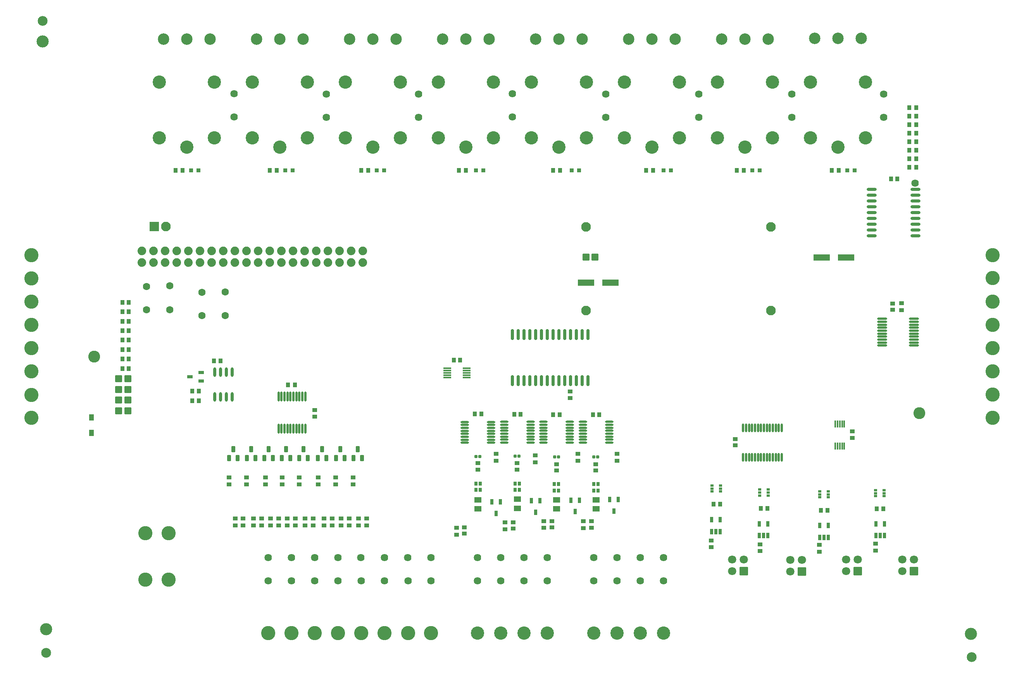
<source format=gts>
G04 Layer: TopSolderMaskLayer*
G04 EasyEDA Pro v2.2.40.8, 2025-09-09 13:59:53*
G04 Gerber Generator version 0.3*
G04 Scale: 100 percent, Rotated: No, Reflected: No*
G04 Dimensions in millimeters*
G04 Leading zeros omitted, absolute positions, 4 integers and 5 decimals*
G04 Generated by one-click*
%FSLAX45Y45*%
%MOMM*%
%AMRoundRect*1,1,$1,$2,$3*1,1,$1,$4,$5*1,1,$1,0-$2,0-$3*1,1,$1,0-$4,0-$5*20,1,$1,$2,$3,$4,$5,0*20,1,$1,$4,$5,0-$2,0-$3,0*20,1,$1,0-$2,0-$3,0-$4,0-$5,0*20,1,$1,0-$4,0-$5,$2,$3,0*4,1,4,$2,$3,$4,$5,0-$2,0-$3,0-$4,0-$5,$2,$3,0*%
%ADD10C,1.6256*%
%ADD11C,3.1016*%
%ADD12C,1.6016*%
%ADD13RoundRect,0.09131X-0.40514X0.45514X0.40514X0.45514*%
%ADD14RoundRect,0.09495X-0.70833X0.67833X0.70833X0.67833*%
%ADD15C,1.8796*%
%ADD16RoundRect,0.0925X-0.54143X0.30643X0.54143X0.30643*%
%ADD17RoundRect,0.08875X-0.54143X0.30643X0.54143X0.30643*%
%ADD18RoundRect,0.09691X-1.00234X1.00234X1.00234X1.00234*%
%ADD19C,2.1016*%
%ADD20RoundRect,0.09424X-1.75367X0.60368X1.75367X0.60368*%
%ADD21RoundRect,0.09131X-0.40514X-0.40514X-0.40514X0.40514*%
%ADD22RoundRect,0.09138X-0.40835X0.43711X0.40835X0.43711*%
%ADD23RoundRect,0.09138X-0.43711X-0.40835X-0.43711X0.40835*%
%ADD24C,2.8956*%
%ADD25O,2.18361X0.46561*%
%ADD26O,2.2016X0.66159*%
%ADD27C,2.5016*%
%ADD28RoundRect,0.09131X-0.45514X-0.40514X-0.45514X0.40514*%
%ADD29RoundRect,0.09017X-0.35571X-0.63072X-0.35571X0.63072*%
%ADD30O,0.46561X2.18361*%
%ADD31O,0.508X1.905*%
%ADD32C,2.90159*%
%ADD33RoundRect,0.08088X-0.15786X-0.76036X-0.15786X0.76036*%
%ADD34O,1.72161X0.38161*%
%ADD35RoundRect,0.09387X-0.69237X-0.57013X-0.69237X0.57013*%
%ADD36RoundRect,0.08771X-0.28977X0.27695X0.28977X0.27695*%
%ADD37O,1.83309X0.4446*%
%ADD38O,0.7016X2.4016*%
%ADD39RoundRect,0.08936X-0.32612X0.35612X0.32612X0.35612*%
%ADD40RoundRect,0.08875X-0.30643X-0.55642X-0.30643X0.55642*%
%ADD41RoundRect,0.08504X-0.30828X-0.21828X-0.30828X0.21828*%
%ADD42RoundRect,0.09265X-0.47948X-0.60447X-0.47948X0.60447*%
%ADD43RoundRect,0.09618X-0.85271X0.85271X0.85271X0.85271*%
%ADD44C,1.8016*%
%ADD45O,0.67X2.05181*%
%ADD46RoundRect,0.08875X-0.30643X-0.54143X-0.30643X0.54143*%
%ADD47C,2.6016*%
%ADD48C,2.152*%
%ADD49C,2.652*%
G75*


G04 Pad Start*
G54D10*
G01X20307300Y10845800D03*
G01X5430450Y12794050D03*
G01X5430450Y12286050D03*
G01X7440825Y12788006D03*
G01X7440825Y12280006D03*
G01X9460125Y12788006D03*
G01X9460125Y12280006D03*
G01X11504825Y12800706D03*
G01X11504825Y12292706D03*
G01X13549525Y12788006D03*
G01X13549525Y12280006D03*
G01X17613525Y12788006D03*
G01X17613525Y12280006D03*
G01X15581525Y12788006D03*
G01X15581525Y12280006D03*
G01X19620125Y12788006D03*
G01X19620125Y12280006D03*
G54D11*
G01X4000500Y2171700D03*
G01X4000500Y3187700D03*
G01X3492500Y2171700D03*
G01X3492500Y3187700D03*
G54D12*
G01X3517900Y8077200D03*
G01X3517900Y8585200D03*
G01X4025900Y8597900D03*
G01X4025900Y8077200D03*
G01X4724400Y8451850D03*
G01X5232400Y8464550D03*
G01X5232400Y7943850D03*
G01X4724400Y7943850D03*
G54D13*
G01X3128079Y7409365D03*
G01X2988074Y7409365D03*
G01X3128079Y7202548D03*
G01X2988074Y7202548D03*
G01X3128079Y6995731D03*
G01X2988074Y6995731D03*
G01X3128079Y6788914D03*
G01X2988074Y6788914D03*
G01X3128079Y7616183D03*
G01X2988074Y7616183D03*
G01X3128079Y7823000D03*
G01X2988074Y7823000D03*
G01X3128079Y8029817D03*
G01X2988074Y8029817D03*
G01X3128079Y8236634D03*
G01X2988074Y8236634D03*
G54D14*
G01X3105798Y6567827D03*
G01X2905798Y6567827D03*
G01X3105798Y6332463D03*
G01X2905798Y6332463D03*
G01X3105798Y6097099D03*
G01X2905798Y6097099D03*
G01X3105798Y5861734D03*
G01X2905798Y5861734D03*
G54D13*
G01X4516932Y6080725D03*
G01X4656936Y6080725D03*
G01X4516932Y6298139D03*
G01X4656936Y6298139D03*
G01X4993226Y6960046D03*
G01X5133231Y6960046D03*
G54D15*
G01X3414250Y9110668D03*
G01X3668249Y9110668D03*
G01X3922249Y9110668D03*
G01X4176248Y9110668D03*
G01X4430248Y9110668D03*
G01X4684247Y9110668D03*
G01X4938247Y9110668D03*
G01X5192246Y9110668D03*
G01X5446246Y9110668D03*
G01X5700245Y9110668D03*
G01X5954245Y9110668D03*
G01X6208244Y9110668D03*
G01X6462244Y9110668D03*
G01X6462244Y9364667D03*
G01X6208244Y9364667D03*
G01X5954245Y9364667D03*
G01X5700245Y9364667D03*
G01X5446246Y9364667D03*
G01X5192246Y9364667D03*
G01X4938247Y9364667D03*
G01X4684247Y9364667D03*
G01X4430248Y9364667D03*
G01X4176248Y9364667D03*
G01X3922249Y9364667D03*
G01X3668249Y9364667D03*
G01X3414250Y9364667D03*
G01X6716243Y9110668D03*
G01X6716243Y9364667D03*
G01X6970243Y9110668D03*
G01X6970243Y9364667D03*
G01X7224242Y9110668D03*
G01X7224242Y9364667D03*
G01X7478242Y9110668D03*
G01X7478242Y9364667D03*
G01X7732241Y9110668D03*
G01X7732241Y9364667D03*
G01X7986241Y9110668D03*
G01X7986241Y9364667D03*
G01X8240240Y9110668D03*
G01X8240240Y9364667D03*
G54D17*
G01X4708140Y6515980D03*
G01X4708140Y6705972D03*
G01X4461125Y6610976D03*
G54D18*
G01X3683000Y9893300D03*
G54D19*
G01X3937000Y9893300D03*
G54D13*
G01X19780098Y10934700D03*
G01X19920102Y10934700D03*
G54D20*
G01X18797284Y9220241D03*
G01X18263300Y9220241D03*
G54D21*
G01X18981699Y11122594D03*
G01X18821806Y11121883D03*
G01X4647712Y11122594D03*
G01X4487819Y11121883D03*
G01X6706636Y11122594D03*
G01X6546743Y11121883D03*
G01X8702060Y11122594D03*
G01X8542167Y11121883D03*
G01X10875508Y11122594D03*
G01X10715615Y11121883D03*
G01X12963599Y11122594D03*
G01X12803706Y11121883D03*
G01X14968795Y11122594D03*
G01X14808902Y11121883D03*
G01X16910075Y11122594D03*
G01X16750182Y11121883D03*
G54D22*
G01X20181164Y11193478D03*
G01X20331836Y11193478D03*
G01X20181164Y11378850D03*
G01X20331836Y11378850D03*
G01X20181164Y11564223D03*
G01X20331836Y11564223D03*
G01X20181164Y11749596D03*
G01X20331836Y11749596D03*
G01X20181164Y11934968D03*
G01X20331836Y11934968D03*
G01X20181164Y12120341D03*
G01X20331836Y12120341D03*
G01X20181164Y12305714D03*
G01X20331836Y12305714D03*
G01X20181164Y12491086D03*
G01X20331836Y12491086D03*
G01X4300418Y11121696D03*
G01X4149745Y11121696D03*
G01X6359342Y11121696D03*
G01X6208669Y11121696D03*
G01X8354766Y11121696D03*
G01X8204093Y11121696D03*
G01X10489890Y11121696D03*
G01X10339217Y11121696D03*
G01X12546533Y11121696D03*
G01X12395860Y11121696D03*
G01X14580057Y11121696D03*
G01X14429384Y11121696D03*
G01X16562781Y11121696D03*
G01X16412108Y11121696D03*
G01X18634405Y11121696D03*
G01X18483732Y11121696D03*
G54D23*
G01X20007975Y8066938D03*
G01X20007975Y8217611D03*
G54D24*
G01X3796107Y13049126D03*
G01X4396055Y11629113D03*
G01X4996054Y11829113D03*
G01X3796057Y11829113D03*
G01X4996003Y13049126D03*
G01X5828107Y13049126D03*
G01X6428055Y11629113D03*
G01X7028054Y11829113D03*
G01X5828057Y11829113D03*
G01X7028003Y13049126D03*
G01X7860107Y13049126D03*
G01X8460055Y11629113D03*
G01X9060054Y11829113D03*
G01X7860057Y11829113D03*
G01X9060003Y13049126D03*
G01X9892107Y13049126D03*
G01X10492055Y11629113D03*
G01X11092054Y11829113D03*
G01X9892057Y11829113D03*
G01X11092003Y13049126D03*
G01X11924107Y13049126D03*
G01X12524055Y11629113D03*
G01X13124054Y11829113D03*
G01X11924057Y11829113D03*
G01X13124003Y13049126D03*
G01X13956107Y13049126D03*
G01X14556055Y11629113D03*
G01X15156054Y11829113D03*
G01X13956057Y11829113D03*
G01X15156003Y13049126D03*
G01X15988107Y13049126D03*
G01X16588055Y11629113D03*
G01X17188054Y11829113D03*
G01X15988057Y11829113D03*
G01X17188003Y13049126D03*
G01X18020107Y13049126D03*
G01X18620055Y11629113D03*
G01X19220054Y11829113D03*
G01X18020057Y11829113D03*
G01X19220003Y13049126D03*
G54D25*
G01X19582677Y7875981D03*
G01X19582677Y7810983D03*
G01X19582677Y7745984D03*
G01X19582677Y7680985D03*
G01X19582677Y7615961D03*
G01X19582677Y7550963D03*
G01X19582677Y7485964D03*
G01X19582677Y7420966D03*
G01X19582677Y7355967D03*
G01X19582677Y7290968D03*
G01X20280873Y7875981D03*
G01X20280873Y7810983D03*
G01X20280873Y7745984D03*
G01X20280873Y7680985D03*
G01X20280873Y7615961D03*
G01X20280873Y7550963D03*
G01X20280873Y7485964D03*
G01X20280873Y7420966D03*
G01X20280873Y7355967D03*
G01X20280873Y7290968D03*
G54D26*
G01X20317409Y9690100D03*
G01X20317409Y9817100D03*
G01X20317409Y9944100D03*
G01X20317409Y10071100D03*
G01X20317409Y10198100D03*
G01X20317409Y10325100D03*
G01X20317409Y10452100D03*
G01X20317409Y10579100D03*
G01X20317409Y10706100D03*
G01X19357391Y9690100D03*
G01X19357391Y9817100D03*
G01X19357391Y9944100D03*
G01X19357391Y10071100D03*
G01X19357391Y10198100D03*
G01X19357391Y10325100D03*
G01X19357391Y10452100D03*
G01X19357391Y10579100D03*
G01X19357391Y10706100D03*
G54D27*
G01X4902200Y13995400D03*
G01X4394200Y13995400D03*
G01X3886200Y13995400D03*
G01X6934200Y13995400D03*
G01X6426200Y13995400D03*
G01X5918200Y13995400D03*
G01X8966200Y13995400D03*
G01X8458200Y13995400D03*
G01X7950200Y13995400D03*
G01X10998200Y13995400D03*
G01X10490200Y13995400D03*
G01X9982200Y13995400D03*
G01X13030200Y13995400D03*
G01X12522200Y13995400D03*
G01X12014200Y13995400D03*
G01X15062200Y13995400D03*
G01X14554200Y13995400D03*
G01X14046200Y13995400D03*
G01X17094200Y13995400D03*
G01X16586200Y13995400D03*
G01X16078200Y13995400D03*
G01X19126200Y14008100D03*
G01X18618200Y14008100D03*
G01X18110200Y14008100D03*
G54D28*
G01X19817475Y8212277D03*
G01X19817475Y8072272D03*
G01X7193331Y5736629D03*
G01X7193331Y5876634D03*
G54D11*
G01X9728200Y1003300D03*
G01X9228328Y1003300D03*
G01X8712200Y1003300D03*
G01X8204200Y1003300D03*
G01X7696200Y1003300D03*
G01X7188200Y1003300D03*
G01X6680200Y1003300D03*
G01X6172200Y1003300D03*
G54D29*
G01X5315204Y4827600D03*
G01X5505196Y4827600D03*
G01X5410200Y5027600D03*
G01X5708904Y4827600D03*
G01X5898896Y4827600D03*
G01X5803900Y5027600D03*
G01X6089904Y4827600D03*
G01X6279896Y4827600D03*
G01X6184900Y5027600D03*
G01X6470904Y4827600D03*
G01X6660896Y4827600D03*
G01X6565900Y5027600D03*
G01X6851904Y4827600D03*
G01X7041896Y4827600D03*
G01X6946900Y5027600D03*
G01X7258304Y4827600D03*
G01X7448296Y4827600D03*
G01X7353300Y5027600D03*
G01X7652004Y4827600D03*
G01X7841996Y4827600D03*
G01X7747000Y5027600D03*
G01X8033004Y4827600D03*
G01X8222996Y4827600D03*
G01X8128000Y5027600D03*
G54D22*
G01X6604781Y6435392D03*
G01X6755454Y6435392D03*
G54D23*
G01X5622097Y3510530D03*
G01X5622097Y3359857D03*
G01X5456997Y3510530D03*
G01X5456997Y3359857D03*
G01X6034781Y3510530D03*
G01X6034781Y3359857D03*
G01X5856981Y3510530D03*
G01X5856981Y3359857D03*
G01X6405650Y3510530D03*
G01X6405650Y3359857D03*
G01X6227850Y3510530D03*
G01X6227850Y3359857D03*
G01X6767666Y3510530D03*
G01X6767666Y3359857D03*
G01X6591300Y3510530D03*
G01X6591300Y3359857D03*
G01X7155589Y3510530D03*
G01X7155589Y3359857D03*
G01X6977789Y3510530D03*
G01X6977789Y3359857D03*
G01X7567762Y3510530D03*
G01X7567762Y3359857D03*
G01X7389962Y3510530D03*
G01X7389962Y3359857D03*
G01X7945225Y3510530D03*
G01X7945225Y3359857D03*
G01X7767959Y3510530D03*
G01X7767959Y3359857D03*
G01X8326558Y3510530D03*
G01X8326558Y3359857D03*
G01X8148758Y3510530D03*
G01X8148758Y3359857D03*
G54D30*
G01X6985966Y6174890D03*
G01X6920968Y6174890D03*
G01X6855969Y6174890D03*
G01X6790971Y6174890D03*
G01X6725947Y6174890D03*
G01X6660948Y6174890D03*
G01X6595949Y6174890D03*
G01X6530951Y6174890D03*
G01X6465952Y6174890D03*
G01X6400954Y6174890D03*
G01X6985966Y5476695D03*
G01X6920968Y5476695D03*
G01X6855969Y5476695D03*
G01X6790971Y5476695D03*
G01X6725947Y5476695D03*
G01X6660948Y5476695D03*
G01X6595949Y5476695D03*
G01X6530951Y5476695D03*
G01X6465952Y5476695D03*
G01X6400954Y5476695D03*
G54D28*
G01X18935918Y5271170D03*
G01X18935918Y5411175D03*
G01X16376088Y5248269D03*
G01X16376088Y5108265D03*
G54D23*
G01X18211800Y2782164D03*
G01X18211800Y2932836D03*
G01X19443700Y2807564D03*
G01X19443700Y2958236D03*
G54D31*
G01X16548986Y4849700D03*
G01X16613984Y4849700D03*
G01X16679008Y4849700D03*
G01X16744007Y4849700D03*
G01X16809005Y4849700D03*
G01X16874004Y4849700D03*
G01X16939003Y4849700D03*
G01X17004001Y4849700D03*
G01X17069000Y4849700D03*
G01X17133998Y4849700D03*
G01X17198997Y4849700D03*
G01X17263996Y4849700D03*
G01X17328994Y4849700D03*
G01X17394018Y4849700D03*
G01X17394018Y5489679D03*
G01X17328994Y5489679D03*
G01X17263996Y5489679D03*
G01X17198997Y5489679D03*
G01X17133998Y5489679D03*
G01X17069000Y5489679D03*
G01X17004001Y5489679D03*
G01X16939003Y5489679D03*
G01X16874004Y5489679D03*
G01X16809005Y5489679D03*
G01X16744007Y5489679D03*
G01X16679008Y5489679D03*
G01X16614010Y5489679D03*
G01X16549011Y5489679D03*
G54D32*
G01X14808200Y1003300D03*
G01X14300200Y1003300D03*
G01X13792200Y1003300D03*
G01X13284200Y1003300D03*
G54D11*
G01X21996400Y9271000D03*
G01X21996400Y8771128D03*
G01X21996400Y8255000D03*
G01X21996400Y7747000D03*
G01X21996400Y7239000D03*
G01X21996400Y6731000D03*
G01X21996400Y6223000D03*
G01X21996400Y5715000D03*
G01X1003300Y5715000D03*
G01X1003300Y6214872D03*
G01X1003300Y6731000D03*
G01X1003300Y7239000D03*
G01X1003300Y7747000D03*
G01X1003300Y8255000D03*
G01X1003300Y8763000D03*
G01X1003300Y9271000D03*
G54D33*
G01X18759527Y5579894D03*
G01X18709515Y5579894D03*
G01X18659528Y5579894D03*
G01X18609515Y5579894D03*
G01X18559528Y5579894D03*
G01X18559528Y5089674D03*
G01X18609515Y5089674D03*
G01X18659528Y5089674D03*
G01X18709515Y5089674D03*
G01X18759527Y5089674D03*
G54D13*
G01X10369702Y6972300D03*
G01X10229698Y6972300D03*
G54D32*
G01X12268200Y1003300D03*
G01X11760200Y1003300D03*
G01X11252200Y1003300D03*
G01X10744200Y1003300D03*
G54D34*
G01X10088702Y6792900D03*
G01X10088702Y6742887D03*
G01X10088702Y6692900D03*
G01X10088702Y6642887D03*
G01X10088702Y6592900D03*
G01X10510698Y6792900D03*
G01X10510698Y6742887D03*
G01X10510698Y6692900D03*
G01X10510698Y6642887D03*
G01X10510698Y6592900D03*
G54D28*
G01X10460415Y3318611D03*
G01X10460415Y3178606D03*
G01X11525031Y3426286D03*
G01X11525031Y3286281D03*
G01X12370992Y3453064D03*
G01X12370992Y3313059D03*
G01X13237849Y3448165D03*
G01X13237849Y3308160D03*
G54D23*
G01X10288874Y3308582D03*
G01X10288874Y3157910D03*
G01X11344315Y3426467D03*
G01X11344315Y3275794D03*
G01X12190517Y3453478D03*
G01X12190517Y3302805D03*
G01X13057374Y3448579D03*
G01X13057374Y3297906D03*
G54D28*
G01X12771402Y6283611D03*
G01X12771402Y6143606D03*
G54D20*
G01X13114244Y8663221D03*
G01X13648228Y8663221D03*
G54D13*
G01X10829008Y5794618D03*
G01X10689003Y5794618D03*
G54D28*
G01X10756900Y4578198D03*
G01X10756900Y4718202D03*
G54D13*
G01X11690502Y5791200D03*
G01X11550498Y5791200D03*
G54D28*
G01X11607800Y4578198D03*
G01X11607800Y4718202D03*
G54D13*
G01X12541402Y5778500D03*
G01X12401398Y5778500D03*
G54D28*
G01X12470332Y4559017D03*
G01X12470332Y4699022D03*
G54D13*
G01X13407826Y5780295D03*
G01X13267821Y5780295D03*
G54D28*
G01X13328823Y4559017D03*
G01X13328823Y4699022D03*
G54D35*
G01X10755127Y3920519D03*
G01X10755127Y3720520D03*
G54D36*
G01X10713618Y4864100D03*
G01X10800182Y4864100D03*
G54D35*
G01X11616276Y3933219D03*
G01X11616276Y3733220D03*
G54D36*
G01X11564518Y4876800D03*
G01X11651082Y4876800D03*
G54D35*
G01X12474767Y3920519D03*
G01X12474767Y3720520D03*
G54D36*
G01X12427406Y4858310D03*
G01X12513969Y4858310D03*
G54D35*
G01X13333258Y3920519D03*
G01X13333258Y3720520D03*
G54D36*
G01X13285897Y4858310D03*
G01X13372460Y4858310D03*
G54D37*
G01X10470636Y5621176D03*
G01X10470636Y5556178D03*
G01X10470636Y5491179D03*
G01X10470636Y5426155D03*
G01X10470636Y5361156D03*
G01X10470636Y5296158D03*
G01X10470636Y5231159D03*
G01X10470636Y5166161D03*
G01X11043787Y5621176D03*
G01X11043787Y5556178D03*
G01X11043787Y5491179D03*
G01X11043787Y5426155D03*
G01X11043787Y5361156D03*
G01X11043787Y5296158D03*
G01X11043787Y5231159D03*
G01X11043787Y5166161D03*
G54D38*
G01X11509858Y6520656D03*
G01X11636858Y6520656D03*
G01X11763858Y6520656D03*
G01X11890858Y6520656D03*
G01X12017858Y6520656D03*
G01X12144858Y6520656D03*
G01X12271858Y6520656D03*
G01X12398858Y6520656D03*
G01X12525858Y6520656D03*
G01X12652858Y6520656D03*
G01X12779858Y6520656D03*
G01X12906858Y6520656D03*
G01X13033858Y6520656D03*
G01X13160858Y6520656D03*
G01X11509858Y7532160D03*
G01X11636858Y7532160D03*
G01X11763858Y7532160D03*
G01X11890858Y7532160D03*
G01X12017858Y7532160D03*
G01X12144858Y7532160D03*
G01X12271858Y7532160D03*
G01X12398858Y7532160D03*
G01X12525858Y7532160D03*
G01X12652858Y7532160D03*
G01X12779858Y7532160D03*
G01X12906858Y7532160D03*
G01X13033858Y7532160D03*
G01X13160858Y7532160D03*
G54D39*
G01X10803890Y4273702D03*
G01X10803890Y4133698D03*
G01X10709910Y4273702D03*
G01X10709910Y4133698D03*
G54D37*
G01X11333925Y5625008D03*
G01X11333925Y5560009D03*
G01X11333925Y5495011D03*
G01X11333925Y5429987D03*
G01X11333925Y5364988D03*
G01X11333925Y5299989D03*
G01X11333925Y5234991D03*
G01X11333925Y5169992D03*
G01X11907076Y5625008D03*
G01X11907076Y5560009D03*
G01X11907076Y5495011D03*
G01X11907076Y5429987D03*
G01X11907076Y5364988D03*
G01X11907076Y5299989D03*
G01X11907076Y5234991D03*
G01X11907076Y5169992D03*
G54D39*
G01X11658831Y4274801D03*
G01X11658831Y4134796D03*
G01X11564851Y4274801D03*
G01X11564851Y4134796D03*
G54D37*
G01X12184825Y5625008D03*
G01X12184825Y5560009D03*
G01X12184825Y5495011D03*
G01X12184825Y5429987D03*
G01X12184825Y5364988D03*
G01X12184825Y5299989D03*
G01X12184825Y5234991D03*
G01X12184825Y5169992D03*
G01X12757976Y5625008D03*
G01X12757976Y5560009D03*
G01X12757976Y5495011D03*
G01X12757976Y5429987D03*
G01X12757976Y5364988D03*
G01X12757976Y5299989D03*
G01X12757976Y5234991D03*
G01X12757976Y5169992D03*
G54D39*
G01X12517322Y4262101D03*
G01X12517322Y4122096D03*
G01X12423342Y4262101D03*
G01X12423342Y4122096D03*
G54D37*
G01X13048425Y5625008D03*
G01X13048425Y5560009D03*
G01X13048425Y5495011D03*
G01X13048425Y5429987D03*
G01X13048425Y5364988D03*
G01X13048425Y5299989D03*
G01X13048425Y5234991D03*
G01X13048425Y5169992D03*
G01X13621576Y5625008D03*
G01X13621576Y5560009D03*
G01X13621576Y5495011D03*
G01X13621576Y5429987D03*
G01X13621576Y5364988D03*
G01X13621576Y5299989D03*
G01X13621576Y5234991D03*
G01X13621576Y5169992D03*
G54D39*
G01X13381990Y4261002D03*
G01X13381990Y4120998D03*
G01X13288010Y4261002D03*
G01X13288010Y4120998D03*
G54D14*
G01X13313768Y9221228D03*
G01X13113768Y9221228D03*
G54D13*
G01X15906608Y3823899D03*
G01X16046613Y3823899D03*
G01X16939669Y3730572D03*
G01X17079674Y3730572D03*
G01X18247769Y3692144D03*
G01X18387774Y3692144D03*
G54D23*
G01X15852587Y2879594D03*
G01X15852587Y3030266D03*
G54D40*
G01X15856204Y3482810D03*
G01X16046196Y3482810D03*
G01X16046196Y3222790D03*
G01X15951200Y3222790D03*
G01X15856204Y3222790D03*
G54D41*
G01X16058896Y4230599D03*
G01X16058896Y4165600D03*
G01X16058896Y4100601D03*
G01X15868904Y4100601D03*
G01X15868904Y4165600D03*
G01X15868904Y4230599D03*
G54D23*
G01X16916400Y2794864D03*
G01X16916400Y2945536D03*
G54D13*
G01X19466969Y3721529D03*
G01X19606974Y3721529D03*
G54D23*
G01X6116579Y4407176D03*
G01X6116579Y4256503D03*
G01X5703763Y4407176D03*
G01X5703763Y4256503D03*
G01X5320326Y4407176D03*
G01X5320326Y4256503D03*
G01X8024787Y4407176D03*
G01X8024787Y4256503D03*
G01X7650071Y4407176D03*
G01X7650071Y4256503D03*
G01X7266502Y4407176D03*
G01X7266502Y4256503D03*
G01X6853818Y4407176D03*
G01X6853818Y4256503D03*
G01X6478595Y4407176D03*
G01X6478595Y4256503D03*
G54D42*
G01X2311400Y5379898D03*
G01X2311400Y5719902D03*
G54D43*
G01X16560800Y2362200D03*
G54D44*
G01X16560800Y2616200D03*
G01X16306800Y2362200D03*
G01X16306800Y2616200D03*
G54D43*
G01X17830800Y2349500D03*
G54D44*
G01X17830800Y2603500D03*
G01X17576800Y2349500D03*
G01X17576800Y2603500D03*
G54D43*
G01X19050000Y2362200D03*
G54D44*
G01X19050000Y2616200D03*
G01X18796000Y2362200D03*
G01X18796000Y2616200D03*
G54D43*
G01X20281900Y2362200D03*
G54D44*
G01X20281900Y2616200D03*
G01X20027900Y2362200D03*
G01X20027900Y2616200D03*
G54D40*
G01X16897604Y3393910D03*
G01X17087596Y3393910D03*
G01X17087596Y3133890D03*
G01X16992600Y3133890D03*
G01X16897604Y3133890D03*
G54D41*
G01X17100296Y4141699D03*
G01X17100296Y4076700D03*
G01X17100296Y4011701D03*
G01X16910304Y4011701D03*
G01X16910304Y4076700D03*
G01X16910304Y4141699D03*
G54D40*
G01X18218404Y3355810D03*
G01X18408396Y3355810D03*
G01X18408396Y3095790D03*
G01X18313400Y3095790D03*
G01X18218404Y3095790D03*
G54D41*
G01X18408396Y4103599D03*
G01X18408396Y4038600D03*
G01X18408396Y3973601D03*
G01X18218404Y3973601D03*
G01X18218404Y4038600D03*
G01X18218404Y4103599D03*
G54D40*
G01X19450304Y3393910D03*
G01X19640296Y3393910D03*
G01X19640296Y3133890D03*
G01X19545300Y3133890D03*
G01X19450304Y3133890D03*
G54D41*
G01X19627596Y4128999D03*
G01X19627596Y4064000D03*
G01X19627596Y3999001D03*
G01X19437604Y3999001D03*
G01X19437604Y4064000D03*
G01X19437604Y4128999D03*
G54D19*
G01X13119355Y9882655D03*
G01X13119355Y8053855D03*
G01X17157955Y8053855D03*
G01X17157955Y9882655D03*
G54D45*
G01X5003800Y6168390D03*
G01X5130800Y6168390D03*
G01X5257800Y6168390D03*
G01X5384800Y6168390D03*
G01X5003800Y6709410D03*
G01X5130800Y6709410D03*
G01X5257800Y6709410D03*
G01X5384800Y6709410D03*
G54D46*
G01X11245596Y3870008D03*
G01X11055604Y3870008D03*
G01X11150600Y3622993D03*
G01X12109196Y3895408D03*
G01X11919204Y3895408D03*
G01X12014200Y3648393D03*
G01X13823696Y3920808D03*
G01X13633704Y3920808D03*
G01X13728700Y3673793D03*
G01X12972796Y3908108D03*
G01X12782804Y3908108D03*
G01X12877800Y3661093D03*
G54D23*
G01X11155136Y4770608D03*
G01X11155136Y4921280D03*
G01X13796736Y4775426D03*
G01X13796736Y4926099D03*
G01X12011122Y4889020D03*
G01X12011122Y4738347D03*
G01X12938222Y4920259D03*
G01X12938222Y4769587D03*
G54D10*
G01X6172200Y2654300D03*
G01X6680200Y2654300D03*
G01X7188200Y2654300D03*
G01X7694634Y2654300D03*
G01X8201918Y2654300D03*
G01X8712200Y2654300D03*
G01X9225437Y2654300D03*
G01X9726753Y2654300D03*
G01X6172200Y2146300D03*
G01X6680200Y2146300D03*
G01X7190075Y2146300D03*
G01X7696200Y2146300D03*
G01X8202633Y2146300D03*
G01X8710580Y2146300D03*
G01X9229136Y2146300D03*
G01X9728200Y2146300D03*
G01X10744200Y2654300D03*
G01X10744200Y2146300D03*
G01X11252200Y2146300D03*
G01X11252200Y2654300D03*
G01X11760200Y2146300D03*
G01X11760200Y2654300D03*
G01X12268200Y2146300D03*
G01X12268200Y2654300D03*
G01X13284200Y2146300D03*
G01X13284200Y2654300D03*
G01X13792200Y2654300D03*
G01X13792200Y2146300D03*
G01X14300200Y2146300D03*
G01X14300200Y2654300D03*
G01X14808200Y2146300D03*
G01X14808200Y2654300D03*
G54D47*
G01X20396200Y5816600D03*
G01X2374900Y7048500D03*
G54D48*
G01X21539200Y482600D03*
G01X1320800Y571500D03*
G01X1244600Y14389100D03*
G54D49*
G01X1244600Y13944600D03*
G01X1320800Y1092200D03*
G01X21526500Y990600D03*
G04 Pad End*

M02*


</source>
